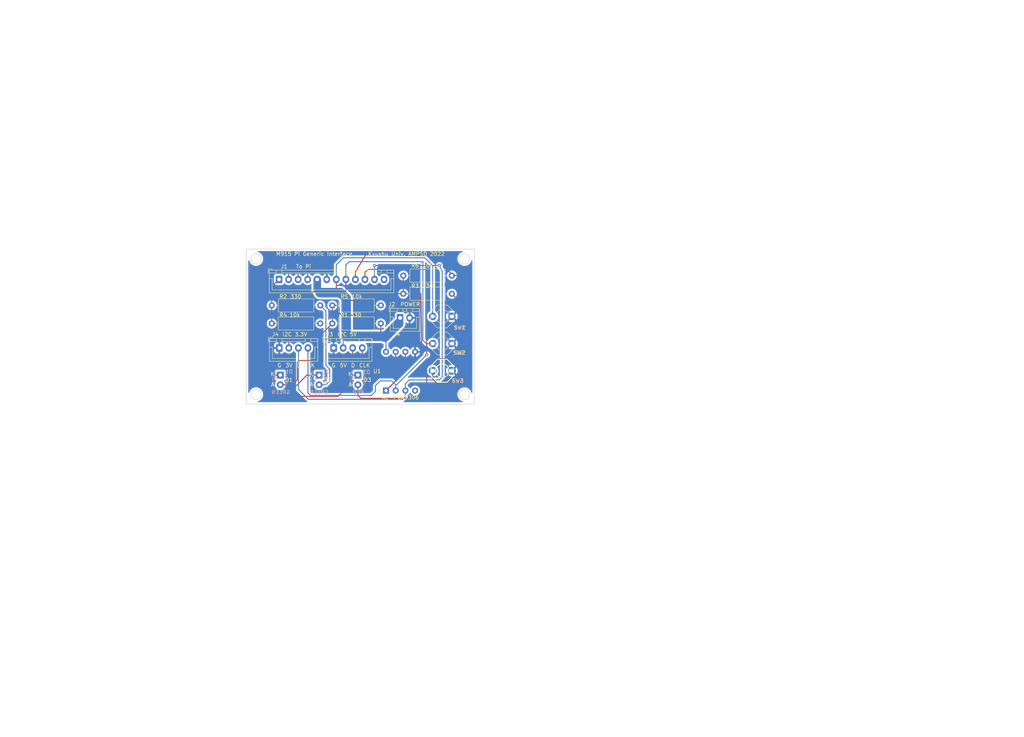
<source format=kicad_pcb>
(kicad_pcb (version 20211014) (generator pcbnew)
  (layers (0 "F.Cu" signal) (31 "B.Cu" signal) (34 "B.Paste" user) (35 "F.Paste" user) (36 "B.SilkS" user "B.Silkscreen") (37 "F.SilkS" user "F.Silkscreen") (38 "B.Mask" user) (39 "F.Mask" user) (44 "Edge.Cuts" user))
  (net 0 "")
  (net 1 "/GPIO04")
  (net 2 "Net-(D1-Pad2)")
  (net 3 "/GPIO05")
  (net 4 "Net-(D2-Pad2)")
  (net 5 "Net-(D3-Pad2)")
  (net 6 "/GPIO06")
  (net 7 "/+3.3V")
  (net 8 "/+5V")
  (net 9 "GND")
  (net 10 "/GPIO23")
  (net 11 "/GPIO24")
  (net 12 "Net-(J1-Pad9)")
  (net 13 "/SCL")
  (net 14 "/SDA")
  (net 15 "Net-(J1-Pad12)")
  (net 16 "/SDA5V")
  (net 17 "/SCL5V")
  (net 18 "Net-(U1-Pad4)")
  (footprint "Connector_JST:JST_XH_B12B-XH-A_1x12_P2.50mm_Vertical" (layer "F.Cu") (at 100.003001 76.535001)
    (fp_text reference "J1" (at 1.342999 -3.383001) (layer "F.SilkS"))
    (fp_text value "To Pi" (at 6.422999 -3.383001) (layer "F.SilkS"))
    (pad "1" thru_hole roundrect locked (at 0 0) (size 1.7 1.95) (drill 0.95) (layers *.Cu *.Mask) (roundrect_rratio 0.147059) (net 7 "/+3.3V"))
    (pad "2" thru_hole oval locked (at 2.5 0) (size 1.7 1.95) (drill 0.95) (layers *.Cu *.Mask) (net 1 "/GPIO04"))
    (pad "3" thru_hole oval locked (at 5 0) (size 1.7 1.95) (drill 0.95) (layers *.Cu *.Mask) (net 3 "/GPIO05"))
    (pad "4" thru_hole oval locked (at 7.5 0) (size 1.7 1.95) (drill 0.95) (layers *.Cu *.Mask) (net 6 "/GPIO06"))
    (pad "5" thru_hole oval locked (at 10 0) (size 1.7 1.95) (drill 0.95) (layers *.Cu *.Mask) (net 8 "/+5V"))
    (pad "6" thru_hole oval locked (at 12.5 0) (size 1.7 1.95) (drill 0.95) (layers *.Cu *.Mask) (net 9 "GND"))
    (pad "7" thru_hole oval locked (at 15 0) (size 1.7 1.95) (drill 0.95) (layers *.Cu *.Mask) (net 10 "/GPIO23"))
    (pad "8" thru_hole oval locked (at 17.5 0) (size 1.7 1.95) (drill 0.95) (layers *.Cu *.Mask) (net 11 "/GPIO24"))
    (pad "9" thru_hole oval locked (at 20 0) (size 1.7 1.95) (drill 0.95) (layers *.Cu *.Mask) (net 12 "Net-(J1-Pad9)"))
    (pad "10" thru_hole oval locked (at 22.5 0) (size 1.7 1.95) (drill 0.95) (layers *.Cu *.Mask) (net 13 "/SCL"))
    (pad "11" thru_hole oval locked (at 25 0) (size 1.7 1.95) (drill 0.95) (layers *.Cu *.Mask) (net 14 "/SDA"))
    (pad "12" thru_hole oval locked (at 27.5 0) (size 1.7 1.95) (drill 0.95) (layers *.Cu *.Mask) (net 15 "Net-(J1-Pad12)"))
  )
  (footprint "Connector_JST:JST_XH_B2B-XH-A_1x02_P2.50mm_Vertical" (layer "F.Cu") (at 131.703001 86.614)
    (fp_text reference "J2" (at -2.163001 -3.556) (layer "F.SilkS"))
    (fp_text value "POWER" (at 2.662999 -3.556) (layer "F.SilkS"))
    (pad "1" thru_hole roundrect locked (at 0 0) (size 1.7 2) (drill 1) (layers *.Cu *.Mask) (roundrect_rratio 0.147059) (net 8 "/+5V"))
    (pad "2" thru_hole oval locked (at 2.5 0) (size 1.7 2) (drill 1) (layers *.Cu *.Mask) (net 9 "GND"))
  )
  (footprint "Connector_JST:JST_XH_B4B-XH-A_1x04_P2.50mm_Vertical" (layer "F.Cu") (at 114.3 94.488)
    (fp_text reference "J3" (at -1.016 -3.55) (layer "F.SilkS"))
    (fp_text value "I2C 5V" (at 3.556 -3.556) (layer "F.SilkS"))
    (pad "1" thru_hole roundrect locked (at 0 0) (size 1.7 1.95) (drill 0.95) (layers *.Cu *.Mask) (roundrect_rratio 0.147059) (net 9 "GND"))
    (pad "2" thru_hole oval locked (at 2.5 0) (size 1.7 1.95) (drill 0.95) (layers *.Cu *.Mask) (net 8 "/+5V"))
    (pad "3" thru_hole oval locked (at 5 0) (size 1.7 1.95) (drill 0.95) (layers *.Cu *.Mask) (net 16 "/SDA5V"))
    (pad "4" thru_hole oval locked (at 7.5 0) (size 1.7 1.95) (drill 0.95) (layers *.Cu *.Mask) (net 17 "/SCL5V"))
  )
  (footprint "Connector_JST:JST_XH_B4B-XH-A_1x04_P2.50mm_Vertical" (layer "F.Cu") (at 100.076 94.488)
    (fp_text reference "J4" (at -1.016 -3.556) (layer "F.SilkS"))
    (fp_text value "I2C 3.3V" (at 4.064 -3.556) (layer "F.SilkS"))
    (pad "1" thru_hole roundrect locked (at 0 0) (size 1.7 1.95) (drill 0.95) (layers *.Cu *.Mask) (roundrect_rratio 0.147059) (net 9 "GND"))
    (pad "2" thru_hole oval locked (at 2.5 0) (size 1.7 1.95) (drill 0.95) (layers *.Cu *.Mask) (net 7 "/+3.3V"))
    (pad "3" thru_hole oval locked (at 5 0) (size 1.7 1.95) (drill 0.95) (layers *.Cu *.Mask) (net 14 "/SDA"))
    (pad "4" thru_hole oval locked (at 7.5 0) (size 1.7 1.95) (drill 0.95) (layers *.Cu *.Mask) (net 13 "/SCL"))
  )
  (footprint "Resistor_THT:R_Axial_DIN0309_L9.0mm_D3.2mm_P12.70mm_Horizontal" (layer "F.Cu") (at 113.953001 88.085001)
    (fp_text reference "R1" (at 3.140999 -2.233001) (layer "F.SilkS"))
    (fp_text value "330" (at 6.188999 -2.233001) (layer "F.SilkS"))
    (pad "1" thru_hole circle locked (at 0 0) (size 1.6 1.6) (drill 0.8) (layers *.Cu *.Mask) (net 7 "/+3.3V"))
    (pad "2" thru_hole oval locked (at 12.7 0) (size 1.6 1.6) (drill 0.8) (layers *.Cu *.Mask) (net 2 "Net-(D1-Pad2)"))
  )
  (footprint "Resistor_THT:R_Axial_DIN0309_L9.0mm_D3.2mm_P12.70mm_Horizontal" (layer "F.Cu") (at 98.103001 83.335001)
    (fp_text reference "R2" (at 2.988999 -2.309001) (layer "F.SilkS"))
    (fp_text value "330" (at 6.290999 -2.309001) (layer "F.SilkS"))
    (pad "1" thru_hole circle locked (at 0 0) (size 1.6 1.6) (drill 0.8) (layers *.Cu *.Mask) (net 7 "/+3.3V"))
    (pad "2" thru_hole oval locked (at 12.7 0) (size 1.6 1.6) (drill 0.8) (layers *.Cu *.Mask) (net 4 "Net-(D2-Pad2)"))
  )
  (footprint "Resistor_THT:R_Axial_DIN0309_L9.0mm_D3.2mm_P12.70mm_Horizontal" (layer "F.Cu") (at 132.553001 80.285001)
    (fp_text reference "R3" (at 3.082999 -2.053001) (layer "F.SilkS"))
    (fp_text value "330" (at 6.35 -2.053001) (layer "F.SilkS"))
    (pad "1" thru_hole circle locked (at 0 0) (size 1.6 1.6) (drill 0.8) (layers *.Cu *.Mask) (net 7 "/+3.3V"))
    (pad "2" thru_hole oval locked (at 12.7 0) (size 1.6 1.6) (drill 0.8) (layers *.Cu *.Mask) (net 5 "Net-(D3-Pad2)"))
  )
  (footprint "Resistor_THT:R_Axial_DIN0309_L9.0mm_D3.2mm_P12.70mm_Horizontal" (layer "F.Cu") (at 98.103001 88.085001)
    (fp_text reference "R4" (at 2.988999 -2.233001) (layer "F.SilkS"))
    (fp_text value "10k" (at 6.036999 -2.233001) (layer "F.SilkS"))
    (pad "1" thru_hole circle locked (at 0 0) (size 1.6 1.6) (drill 0.8) (layers *.Cu *.Mask) (net 7 "/+3.3V"))
    (pad "2" thru_hole oval locked (at 12.7 0) (size 1.6 1.6) (drill 0.8) (layers *.Cu *.Mask) (net 10 "/GPIO23"))
  )
  (footprint "Resistor_THT:R_Axial_DIN0309_L9.0mm_D3.2mm_P12.70mm_Horizontal" (layer "F.Cu") (at 113.953001 83.335001)
    (fp_text reference "R5" (at 3.140999 -2.309001) (layer "F.SilkS"))
    (fp_text value "10k" (at 6.442999 -2.309001) (layer "F.SilkS"))
    (pad "1" thru_hole circle locked (at 0 0) (size 1.6 1.6) (drill 0.8) (layers *.Cu *.Mask) (net 7 "/+3.3V"))
    (pad "2" thru_hole oval locked (at 12.7 0) (size 1.6 1.6) (drill 0.8) (layers *.Cu *.Mask) (net 11 "/GPIO24"))
  )
  (footprint "Resistor_THT:R_Axial_DIN0309_L9.0mm_D3.2mm_P12.70mm_Horizontal" (layer "F.Cu") (at 132.553001 75.535001)
    (fp_text reference "R6" (at 3.082999 -2.637001) (layer "F.SilkS"))
    (fp_text value "10k" (at 6.384999 -2.637001) (layer "F.SilkS"))
    (pad "1" thru_hole circle locked (at 0 0) (size 1.6 1.6) (drill 0.8) (layers *.Cu *.Mask) (net 7 "/+3.3V"))
    (pad "2" thru_hole oval locked (at 12.7 0) (size 1.6 1.6) (drill 0.8) (layers *.Cu *.Mask) (net 12 "Net-(J1-Pad9)"))
  )
  (footprint "HOLLY:TVDT18-050" (layer "F.Cu") (at 142.778 93.340001)
    (fp_text reference "SW2" (at 4.542 2.417999) (layer "F.SilkS"))
    (fp_text value "SW_Push")
    (pad "1" thru_hole circle locked (at -2.5 0) (size 2 2) (drill 1) (layers *.Cu *.Mask) (net 11 "/GPIO24"))
    (pad "2" thru_hole circle locked (at 2.5 0) (size 2 2) (drill 1) (layers *.Cu *.Mask) (net 9 "GND"))
  )
  (footprint "Akizuki:AE-PCA9306" (layer "F.Cu") (at 128.016 105.664 90)
    (fp_text reference "U1" (at 5.08 -2.33 180) (layer "F.SilkS"))
    (fp_text value "AE-PCA9306" (at -1.778 3.81 180) (layer "F.SilkS"))
    (pad "1" thru_hole rect locked (at 0 0 90) (size 1.6 1.6) (drill 0.8) (layers *.Cu *.Mask) (net 7 "/+3.3V"))
    (pad "2" thru_hole oval locked (at 0 2.54 90) (size 1.6 1.6) (drill 0.8) (layers *.Cu *.Mask) (net 13 "/SCL"))
    (pad "3" thru_hole oval locked (at 0 5.08 90) (size 1.6 1.6) (drill 0.8) (layers *.Cu *.Mask) (net 14 "/SDA"))
    (pad "4" thru_hole oval locked (at 0 7.62 90) (size 1.6 1.6) (drill 0.8) (layers *.Cu *.Mask) (net 18 "Net-(U1-Pad4)"))
    (pad "5" thru_hole oval locked (at 10.16 7.62 90) (size 1.6 1.6) (drill 0.8) (layers *.Cu *.Mask) (net 9 "GND"))
    (pad "6" thru_hole oval locked (at 10.16 5.08 90) (size 1.6 1.6) (drill 0.8) (layers *.Cu *.Mask) (net 16 "/SDA5V"))
    (pad "7" thru_hole oval locked (at 10.16 2.54 90) (size 1.6 1.6) (drill 0.8) (layers *.Cu *.Mask) (net 17 "/SCL5V"))
    (pad "8" thru_hole oval locked (at 10.16 0 90) (size 1.6 1.6) (drill 0.8) (layers *.Cu *.Mask) (net 8 "/+5V"))
  )
  (footprint "HOLLY:TVDT18-050" (layer "F.Cu") (at 142.748 86.220001)
    (fp_text reference "SW1" (at 4.572 2.933999) (layer "F.SilkS"))
    (fp_text value "SW_Push")
    (pad "1" thru_hole circle locked (at -2.5 0) (size 2 2) (drill 1) (layers *.Cu *.Mask) (net 10 "/GPIO23"))
    (pad "2" thru_hole circle locked (at 2.5 0) (size 2 2) (drill 1) (layers *.Cu *.Mask) (net 9 "GND"))
  )
  (footprint "HOLLY:TVDT18-050" (layer "F.Cu") (at 142.748 100.460001)
    (fp_text reference "SW3" hide)
    (fp_text value "SW_Push")
    (pad "1" thru_hole circle locked (at -2.5 0) (size 2 2) (drill 1) (layers *.Cu *.Mask) (net 12 "Net-(J1-Pad9)"))
    (pad "2" thru_hole circle locked (at 2.5 0) (size 2 2) (drill 1) (layers *.Cu *.Mask) (net 9 "GND"))
  )
  (footprint "HOLLY:TVDT18-050" (layer "F.Cu") (at 142.748 100.460001)
    (fp_text reference "SW3" hide)
    (fp_text value "SW_Push")
    (pad "1" thru_hole circle locked (at -2.5 0) (size 2 2) (drill 1) (layers *.Cu *.Mask) (net 12 "Net-(J1-Pad9)"))
    (pad "2" thru_hole circle locked (at 2.5 0) (size 2 2) (drill 1) (layers *.Cu *.Mask) (net 9 "GND"))
  )
  (footprint "HOLLY:TVDT18-050" (layer "F.Cu") (at 142.748 100.460001)
    (fp_text reference "SW3" hide)
    (fp_text value "SW_Push")
    (pad "1" thru_hole circle locked (at -2.5 0) (size 2 2) (drill 1) (layers *.Cu *.Mask) (net 12 "Net-(J1-Pad9)"))
    (pad "2" thru_hole circle locked (at 2.5 0) (size 2 2) (drill 1) (layers *.Cu *.Mask) (net 9 "GND"))
  )
  (footprint "HOLLY:TVDT18-050" (layer "F.Cu") (at 142.748 100.460001)
    (fp_text reference "SW3" hide)
    (fp_text value "SW_Push")
    (pad "1" thru_hole circle locked (at -2.5 0) (size 2 2) (drill 1) (layers *.Cu *.Mask) (net 12 "Net-(J1-Pad9)"))
    (pad "2" thru_hole circle locked (at 2.5 0) (size 2 2) (drill 1) (layers *.Cu *.Mask) (net 9 "GND"))
  )
  (footprint "HOLLY:TVDT18-050" (layer "F.Cu") (at 142.748 100.460001)
    (fp_text reference "SW3" hide)
    (fp_text value "SW_Push")
    (pad "1" thru_hole circle locked (at -2.5 0) (size 2 2) (drill 1) (layers *.Cu *.Mask) (net 12 "Net-(J1-Pad9)"))
    (pad "2" thru_hole circle locked (at 2.5 0) (size 2 2) (drill 1) (layers *.Cu *.Mask) (net 9 "GND"))
  )
  (footprint "HOLLY:TVDT18-050" (layer "F.Cu") (at 142.748 100.460001)
    (fp_text reference "SW3" hide)
    (fp_text value "SW_Push")
    (pad "1" thru_hole circle locked (at -2.5 0) (size 2 2) (drill 1) (layers *.Cu *.Mask) (net 12 "Net-(J1-Pad9)"))
    (pad "2" thru_hole circle locked (at 2.5 0) (size 2 2) (drill 1) (layers *.Cu *.Mask) (net 9 "GND"))
  )
  (footprint "HOLLY:TVDT18-050" (layer "F.Cu") (at 142.748 100.460001)
    (fp_text reference "SW3" hide)
    (fp_text value "SW_Push")
    (pad "1" thru_hole circle locked (at -2.5 0) (size 2 2) (drill 1) (layers *.Cu *.Mask) (net 12 "Net-(J1-Pad9)"))
    (pad "2" thru_hole circle locked (at 2.5 0) (size 2 2) (drill 1) (layers *.Cu *.Mask) (net 9 "GND"))
  )
  (footprint "HOLLY:TVDT18-050" (layer "F.Cu") (at 142.748 100.460001)
    (fp_text reference "SW3" hide)
    (fp_text value "SW_Push")
    (pad "1" thru_hole circle locked (at -2.5 0) (size 2 2) (drill 1) (layers *.Cu *.Mask) (net 12 "Net-(J1-Pad9)"))
    (pad "2" thru_hole circle locked (at 2.5 0) (size 2 2) (drill 1) (layers *.Cu *.Mask) (net 9 "GND"))
  )
  (footprint "HOLLY:TVDT18-050" (layer "F.Cu") (at 142.748 100.460001)
    (fp_text reference "SW3" hide)
    (fp_text value "SW_Push")
    (pad "1" thru_hole circle locked (at -2.5 0) (size 2 2) (drill 1) (layers *.Cu *.Mask) (net 12 "Net-(J1-Pad9)"))
    (pad "2" thru_hole circle locked (at 2.5 0) (size 2 2) (drill 1) (layers *.Cu *.Mask) (net 9 "GND"))
  )
  (footprint "HOLLY:TVDT18-050" (layer "F.Cu") (at 142.748 100.460001)
    (fp_text reference "SW3" (at 4.064 2.663999) (layer "B.SilkS") (effects (justify mirror)))
    (fp_text value "SW_Push")
    (pad "1" thru_hole circle locked (at -2.5 0) (size 2 2) (drill 1) (layers *.Cu *.Mask) (net 12 "Net-(J1-Pad9)"))
    (pad "2" thru_hole circle locked (at 2.5 0) (size 2 2) (drill 1) (layers *.Cu *.Mask) (net 9 "GND"))
  )
  (footprint "HOLLY:TVDT18-050" (layer "F.Cu") (at 142.748 100.460001)
    (fp_text reference "SW3" hide)
    (fp_text value "SW_Push")
    (pad "1" thru_hole circle locked (at -2.5 0) (size 2 2) (drill 1) (layers *.Cu *.Mask) (net 12 "Net-(J1-Pad9)"))
    (pad "2" thru_hole circle locked (at 2.5 0) (size 2 2) (drill 1) (layers *.Cu *.Mask) (net 9 "GND"))
  )
  (footprint "HOLLY:TVDT18-050" (layer "F.Cu") (at 142.778 100.460001)
    (fp_text reference "SW3" (at 4.034 2.663999) (layer "F.SilkS"))
    (fp_text value "SW_Push")
    (pad "1" thru_hole circle locked (at -2.5 0) (size 2 2) (drill 1) (layers *.Cu *.Mask) (net 12 "Net-(J1-Pad9)"))
    (pad "2" thru_hole circle locked (at 2.5 0) (size 2 2) (drill 1) (layers *.Cu *.Mask) (net 9 "GND"))
  )
  (footprint "" (layer "F.Cu") (at 147.574 95.758)
    (fp_text reference "" (at 142.748 100.460001) (layer "F.SilkS") (effects (font (size 1.27 1.27))))
    (fp_text value "" (at 142.748 100.460001) (layer "F.SilkS") (effects (font (size 1.27 1.27))))
    (fp_text user "SW2" (at -0.508 0) (layer "B.SilkS") (effects (justify mirror)))
  )
  (footprint "" (layer "F.Cu") (at 128.524 85.852)
    (fp_text reference "" (at 27.178 3.556) (layer "F.SilkS") (effects (font (size 1.27 1.27))))
    (fp_text value "" (at 27.178 3.556) (layer "F.SilkS") (effects (font (size 1.27 1.27))))
    (fp_text user "SW1" (at 18.796 3.302) (layer "B.SilkS") (effects (justify mirror)))
  )
  (footprint "" (layer "F.Cu") (at 147.32 88.392)
    (fp_text reference "" (at 147.574 95.758) (layer "F.SilkS") (effects (font (size 1.27 1.27))))
    (fp_text value "" (at 147.574 95.758) (layer "F.SilkS") (effects (font (size 1.27 1.27))))
  )
  (footprint "" (layer "F.Cu") (at 103.632 102.108)
    (fp_text reference "" (at 100.003001 76.535001) (layer "F.SilkS") (effects (font (size 1.27 1.27))))
    (fp_text value "" (at 100.003001 76.535001) (layer "F.SilkS") (effects (font (size 1.27 1.27))))
  )
  (footprint "" (layer "F.Cu") (at 27.178 3.556)
    (fp_text reference "" (at 147.574 95.758) (layer "F.SilkS") (effects (font (size 1.27 1.27))))
    (fp_text value "" (at 147.574 95.758) (layer "F.SilkS") (effects (font (size 1.27 1.27))))
  )
  (footprint "LED_THT:LED_D3.0mm" (layer "B.Cu") (at 100.33 101.6 -90)
    (fp_text reference "D1" (at -0.889 -2.286 180) (layer "B.SilkS") (effects (justify mirror)))
    (fp_text value "GREEN" (at 4.445 -0.127 180) (layer "B.SilkS") (effects (justify mirror)))
    (pad "1" thru_hole rect locked (at 0 0 270) (size 1.8 1.8) (drill 0.9) (layers *.Cu *.Mask) (net 1 "/GPIO04"))
    (pad "2" thru_hole circle locked (at 2.54 0 270) (size 1.8 1.8) (drill 0.9) (layers *.Cu *.Mask) (net 2 "Net-(D1-Pad2)"))
  )
  (footprint "LED_THT:LED_D3.0mm" (layer "B.Cu") (at 110.49 101.6 -90)
    (fp_text reference "D2" (at -0.889 -1.778 180) (layer "B.SilkS") (effects (justify mirror)))
    (fp_text value "GREEN" (at 4.445 0 180) (layer "B.SilkS") (effects (justify mirror)))
    (pad "1" thru_hole rect locked (at 0 0 270) (size 1.8 1.8) (drill 0.9) (layers *.Cu *.Mask) (net 3 "/GPIO05"))
    (pad "2" thru_hole circle locked (at 2.54 0 270) (size 1.8 1.8) (drill 0.9) (layers *.Cu *.Mask) (net 4 "Net-(D2-Pad2)"))
  )
  (footprint "LED_THT:LED_D3.0mm" (layer "B.Cu") (at 120.65 101.6 -90)
    (fp_text reference "D3" (at -0.762 -2.286 180) (layer "B.SilkS") (effects (justify mirror)))
    (fp_text value "RED" (at 4.445 -0.127 180) (layer "B.SilkS") (effects (justify mirror)))
    (pad "1" thru_hole rect locked (at 0 0 270) (size 1.8 1.8) (drill 0.9) (layers *.Cu *.Mask) (net 6 "/GPIO06"))
    (pad "2" thru_hole circle locked (at 2.54 0 270) (size 1.8 1.8) (drill 0.9) (layers *.Cu *.Mask) (net 5 "Net-(D3-Pad2)"))
  )
  (gr_circle (center 148.59 106.68) (end 149.94 106.68) (layer "Edge.Cuts") (width 0.15) (fill none))
  (gr_circle (center 93.98 106.68) (end 95.33 106.68) (layer "Edge.Cuts") (width 0.15) (fill none))
  (gr_circle (center 93.98 71.12) (end 95.33 71.12) (layer "Edge.Cuts") (width 0.15) (fill none))
  (gr_line (start 91.44 109.22) (end 91.44 68.58) (layer "Edge.Cuts") (width 0.15))
  (gr_line (start 91.44 68.58) (end 151.13 68.58) (layer "Edge.Cuts") (width 0.15))
  (gr_line (start 151.13 109.22) (end 91.44 109.22) (layer "Edge.Cuts") (width 0.15))
  (gr_circle (center 148.59 71.12) (end 149.94 71.12) (layer "Edge.Cuts") (width 0.15) (fill none))
  (gr_line (start 151.13 68.58) (end 151.13 109.22) (layer "Edge.Cuts") (width 0.15))
  (gr_text "K" (at 108.458 101.346) (layer "F.SilkS") (effects (font (size 1 1))))
  (gr_text "K" (at 98.298 101.346) (layer "F.SilkS") (effects (font (size 1 1))))
  (gr_text "A" (at 108.458 104.14) (layer "F.SilkS") (effects (font (size 1 1))))
  (gr_text "A" (at 98.298 104.14) (layer "F.SilkS") (effects (font (size 1 1))))
  (gr_text "1" (at 126.238 105.664) (layer "F.SilkS") (effects (font (size 1 1))))
  (gr_text "D2" (at 112.776 102.87) (layer "F.SilkS") (effects (font (size 1 1))))
  (gr_text "D3" (at 123.19 102.87) (layer "F.SilkS") (effects (font (size 1 1))))
  (gr_text "G" (at 114.3 99.06) (layer "F.SilkS") (effects (font (size 1 1))))
  (gr_text "5V" (at 116.84 99.06) (layer "F.SilkS") (effects (font (size 1 1))))
  (gr_text "D" (at 119.38 99.06) (layer "F.SilkS") (effects (font (size 1 1))))
  (gr_text "CLK" (at 107.95 99.06) (layer "F.SilkS") (effects (font (size 1 1))))
  (gr_text "G" (at 100.076 99.06) (layer "F.SilkS") (effects (font (size 1 1))))
  (gr_text "CLK" (at 122.428 99.06) (layer "F.SilkS") (effects (font (size 1 1))))
  (gr_text "D1" (at 102.616 102.87) (layer "F.SilkS") (effects (font (size 1 1))))
  (gr_text "A" (at 118.618 104.14) (layer "F.SilkS") (effects (font (size 1 1))))
  (gr_text "+" (at 131.318 90.932) (layer "F.SilkS") (effects (font (size 1 1))))
  (gr_text "M915 Pi Generic Interface" (at 109.22 69.85) (layer "F.SilkS") (effects (font (size 1 1))))
  (gr_text "K" (at 118.618 101.346) (layer "F.SilkS") (effects (font (size 1 1))))
  (gr_text "Kyushu Univ. AMPSD 2022" (at 133.35 69.85) (layer "F.SilkS") (effects (font (size 1 1))))
  (gr_text "3V" (at 102.616 99.06) (layer "F.SilkS") (effects (font (size 1 1))))
  (gr_text "D" (at 105.156 99.06) (layer "F.SilkS") (effects (font (size 1 1))))
  (via (at 138.684 96.266) (size 0.8) (drill 0.4) (layers "F.Cu" "B.Cu") (net 0))
  (segment (start 95.885 100.33) (end 97.155 101.6) (width 0.25) (layer "F.Cu") (net 1))
  (segment (start 102.503001 76.535001) (end 102.503001 74.661999) (width 0.25) (layer "F.Cu") (net 1))
  (segment (start 102.136002 74.295) (end 95.885 74.295) (width 0.25) (layer "F.Cu") (net 1))
  (segment (start 102.503001 74.661999) (end 102.136002 74.295) (width 0.25) (layer "F.Cu") (net 1))
  (segment (start 95.885 74.295) (end 95.885 100.33) (width 0.25) (layer "F.Cu") (net 1))
  (segment (start 97.155 101.6) (end 100.33 101.6) (width 0.25) (layer "F.Cu") (net 1))
  (segment (start 100.33 104.14) (end 103.505 104.14) (width 0.25) (layer "F.Cu") (net 2))
  (segment (start 104.775 102.87) (end 104.775 98.425) (width 0.25) (layer "F.Cu") (net 2))
  (segment (start 105.41 97.79) (end 111.125 97.79) (width 0.25) (layer "F.Cu") (net 2))
  (segment (start 111.125 97.79) (end 111.125 92.075) (width 0.25) (layer "F.Cu") (net 2))
  (segment (start 103.505 104.14) (end 104.775 102.87) (width 0.25) (layer "F.Cu") (net 2))
  (segment (start 104.775 98.425) (end 105.41 97.79) (width 0.25) (layer "F.Cu") (net 2))
  (segment (start 111.125 92.075) (end 125.73 92.075) (width 0.25) (layer "F.Cu") (net 2))
  (segment (start 125.73 92.075) (end 126.653001 91.151999) (width 0.25) (layer "F.Cu") (net 2))
  (segment (start 126.653001 91.151999) (end 126.653001 88.085001) (width 0.25) (layer "F.Cu") (net 2))
  (segment (start 110.49 101.6) (end 107.315 101.6) (width 0.25) (layer "F.Cu") (net 3))
  (segment (start 107.315 101.6) (end 102.87 106.045) (width 0.25) (layer "F.Cu") (net 3))
  (segment (start 95.884283 73.66) (end 104.14 73.66) (width 0.25) (layer "F.Cu") (net 3))
  (segment (start 105.003001 74.523001) (end 105.003001 76.535001) (width 0.25) (layer "F.Cu") (net 3))
  (segment (start 104.14 73.66) (end 105.003001 74.523001) (width 0.25) (layer "F.Cu") (net 3))
  (segment (start 99.06 106.045) (end 95.25 101.6) (width 0.25) (layer "F.Cu") (net 3))
  (segment (start 95.25 101.6) (end 95.25 74.294283) (width 0.25) (layer "F.Cu") (net 3))
  (segment (start 102.87 106.045) (end 99.06 106.045) (width 0.25) (layer "F.Cu") (net 3))
  (segment (start 95.25 74.294283) (end 95.884283 73.66) (width 0.25) (layer "F.Cu") (net 3))
  (segment (start 112.268 99.06) (end 112.268 84.8) (width 0.25) (layer "B.Cu") (net 4))
  (segment (start 112.268 104.14) (end 113.284 103.124) (width 0.25) (layer "B.Cu") (net 4))
  (segment (start 110.49 104.14) (end 112.268 104.14) (width 0.25) (layer "B.Cu") (net 4))
  (segment (start 112.268 84.8) (end 110.803001 83.335001) (width 0.25) (layer "B.Cu") (net 4))
  (segment (start 113.284 100.076) (end 112.268 99.06) (width 0.25) (layer "B.Cu") (net 4))
  (segment (start 113.284 103.124) (end 113.284 100.076) (width 0.25) (layer "B.Cu") (net 4))
  (segment (start 121.412 107.696) (end 120.65 106.934) (width 0.25) (layer "F.Cu") (net 5))
  (segment (start 147.066 96.266) (end 146.05 97.282) (width 0.25) (layer "F.Cu") (net 5))
  (segment (start 137.668 107.696) (end 121.412 107.696) (width 0.25) (layer "F.Cu") (net 5))
  (segment (start 147.066 82.098) (end 147.066 96.266) (width 0.25) (layer "F.Cu") (net 5))
  (segment (start 120.65 106.934) (end 120.65 104.14) (width 0.25) (layer "F.Cu") (net 5))
  (segment (start 138.684 105.918) (end 137.668 107.696) (width 0.25) (layer "F.Cu") (net 5))
  (segment (start 146.05 97.282) (end 139.7 97.282) (width 0.25) (layer "F.Cu") (net 5))
  (segment (start 138.684 98.298) (end 138.684 105.918) (width 0.25) (layer "F.Cu") (net 5))
  (segment (start 139.7 97.282) (end 138.684 98.298) (width 0.25) (layer "F.Cu") (net 5))
  (segment (start 145.253001 80.285001) (end 147.066 82.098) (width 0.25) (layer "F.Cu") (net 5))
  (segment (start 95.504 73.152) (end 106.68 73.152) (width 0.25) (layer "F.Cu") (net 6))
  (segment (start 117.856 104.775718) (end 115.443718 107.188) (width 0.25) (layer "F.Cu") (net 6))
  (segment (start 118.872 101.6) (end 117.856 102.616) (width 0.25) (layer "F.Cu") (net 6))
  (segment (start 120.65 101.6) (end 118.872 101.6) (width 0.25) (layer "F.Cu") (net 6))
  (segment (start 98.552 107.188) (end 94.488 103.124) (width 0.25) (layer "F.Cu") (net 6))
  (segment (start 94.488 74.168) (end 95.504 73.152) (width 0.25) (layer "F.Cu") (net 6))
  (segment (start 94.488 103.124) (end 94.488 74.168) (width 0.25) (layer "F.Cu") (net 6))
  (segment (start 106.68 73.152) (end 107.503001 73.975001) (width 0.25) (layer "F.Cu") (net 6))
  (segment (start 117.856 102.616) (end 117.856 104.775718) (width 0.25) (layer "F.Cu") (net 6))
  (segment (start 115.443718 107.188) (end 98.552 107.188) (width 0.25) (layer "F.Cu") (net 6))
  (segment (start 107.503001 73.975001) (end 107.503001 76.535001) (width 0.25) (layer "F.Cu") (net 6))
  (segment (start 137.414 96.266) (end 128.016 105.664) (width 0.25) (layer "F.Cu") (net 7))
  (segment (start 100.003001 76.535001) (end 98.103001 78.435001) (width 0.25) (layer "F.Cu") (net 7))
  (segment (start 128.016 85.852) (end 129.032 84.836) (width 0.25) (layer "F.Cu") (net 7))
  (segment (start 129.032 81.788) (end 130.534999 80.285001) (width 0.25) (layer "F.Cu") (net 7))
  (segment (start 115.824 85.344) (end 116.332 85.852) (width 0.25) (layer "F.Cu") (net 7))
  (segment (start 137.16 80.264) (end 137.414 96.012) (width 0.25) (layer "F.Cu") (net 7))
  (segment (start 137.414 96.012) (end 137.414 96.266) (width 0.25) (layer "F.Cu") (net 7))
  (segment (start 115.085001 83.335001) (end 115.824 84.074) (width 0.25) (layer "F.Cu") (net 7))
  (segment (start 102.576 90.511) (end 111.527002 90.511) (width 0.25) (layer "F.Cu") (net 7))
  (segment (start 116.332 85.852) (end 128.016 85.852) (width 0.25) (layer "F.Cu") (net 7))
  (segment (start 111.527002 90.511) (end 113.953001 88.085001) (width 0.25) (layer "F.Cu") (net 7))
  (segment (start 102.576 90.511) (end 102.576 94.488) (width 0.25) (layer "F.Cu") (net 7))
  (segment (start 98.103001 88.085001) (end 100.150001 88.085001) (width 0.25) (layer "F.Cu") (net 7))
  (segment (start 132.553001 80.285001) (end 137.16 80.264) (width 0.25) (layer "F.Cu") (net 7))
  (segment (start 113.953001 83.335001) (end 115.085001 83.335001) (width 0.25) (layer "F.Cu") (net 7))
  (segment (start 129.032 84.836) (end 129.032 81.788) (width 0.25) (layer "F.Cu") (net 7))
  (segment (start 98.103001 78.435001) (end 98.103001 88.085001) (width 0.25) (layer "F.Cu") (net 7))
  (segment (start 133.604 100.076) (end 128.016 105.664) (width 0.25) (layer "F.Cu") (net 7))
  (segment (start 100.150001 88.085001) (end 102.576 90.511) (width 0.25) (layer "F.Cu") (net 7))
  (segment (start 113.953001 88.085001) (end 113.953001 83.335001) (width 0.25) (layer "F.Cu") (net 7))
  (segment (start 115.824 84.074) (end 115.824 85.344) (width 0.25) (layer "F.Cu") (net 7))
  (segment (start 132.553001 75.535001) (end 132.553001 80.285001) (width 0.25) (layer "F.Cu") (net 7))
  (segment (start 130.534999 80.285001) (end 132.553001 80.285001) (width 0.25) (layer "F.Cu") (net 7))
  (segment (start 128.016 91.694) (end 128.016 95.504) (width 0.25) (layer "B.Cu") (net 8))
  (segment (start 117.602 81.534) (end 116.078 80.01) (width 2.5) (layer "B.Cu") (net 8))
  (segment (start 116.078 80.01) (end 110.744 80.01) (width 2.5) (layer "B.Cu") (net 8))
  (segment (start 131.3835 88.006999) (end 127.696499 91.694) (width 2.5) (layer "B.Cu") (net 8))
  (segment (start 116.8 92.242) (end 116.8 94.488) (width 0.25) (layer "B.Cu") (net 8))
  (segment (start 131.703001 86.614) (end 131.703001 88.006999) (width 0.25) (layer "B.Cu") (net 8))
  (segment (start 117.602 91.44) (end 116.8 92.242) (width 0.25) (layer "B.Cu") (net 8))
  (segment (start 110.003001 79.269001) (end 110.003001 76.535001) (width 2) (layer "B.Cu") (net 8))
  (segment (start 117.602 91.44) (end 117.602 81.534) (width 2.5) (layer "B.Cu") (net 8))
  (segment (start 110.744 80.01) (end 110.003001 79.269001) (width 0.25) (layer "B.Cu") (net 8))
  (segment (start 128.016 91.44) (end 117.602 91.44) (width 2.5) (layer "B.Cu") (net 8))
  (segment (start 110.803001 88.085001) (end 108.659001 88.085001) (width 0.25) (layer "F.Cu") (net 10))
  (segment (start 106.68 86.106) (end 106.68 82.042) (width 0.25) (layer "F.Cu") (net 10))
  (segment (start 108.659001 88.085001) (end 106.68 86.106) (width 0.25) (layer "F.Cu") (net 10))
  (segment (start 106.68 82.042) (end 109.22 79.502) (width 0.25) (layer "F.Cu") (net 10))
  (segment (start 115.003001 78.798999) (end 115.003001 76.535001) (width 0.25) (layer "F.Cu") (net 10))
  (segment (start 109.22 79.502) (end 114.3 79.502) (width 0.25) (layer "F.Cu") (net 10))
  (segment (start 114.3 79.502) (end 115.003001 78.798999) (width 0.25) (layer "F.Cu") (net 10))
  (segment (start 115.003001 72.702999) (end 115.003001 76.535001) (width 0.25) (layer "B.Cu") (net 10))
  (segment (start 116.84 70.866) (end 115.003001 72.702999) (width 0.25) (layer "B.Cu") (net 10))
  (segment (start 140.248 86.220001) (end 140.248 72.938) (width 0.25) (layer "B.Cu") (net 10))
  (segment (start 138.176 70.866) (end 116.84 70.866) (width 0.25) (layer "B.Cu") (net 10))
  (segment (start 140.248 72.938) (end 138.176 70.866) (width 0.25) (layer "B.Cu") (net 10))
  (segment (start 126.653001 83.335001) (end 124.737001 83.335001) (width 0.25) (layer "F.Cu") (net 11))
  (segment (start 123.444 82.042) (end 118.11 82.042) (width 0.25) (layer "F.Cu") (net 11))
  (segment (start 118.11 82.042) (end 117.503001 81.435001) (width 0.25) (layer "F.Cu") (net 11))
  (segment (start 117.503001 81.435001) (end 117.503001 76.535001) (width 0.25) (layer "F.Cu") (net 11))
  (segment (start 124.737001 83.335001) (end 123.444 82.042) (width 0.25) (layer "F.Cu") (net 11))
  (segment (start 138.552001 93.340001) (end 140.278 93.340001) (width 0.25) (layer "B.Cu") (net 11))
  (segment (start 118.364 71.882) (end 137.668 71.882) (width 0.25) (layer "B.Cu") (net 11))
  (segment (start 117.503001 76.535001) (end 117.503001 72.742999) (width 0.25) (layer "B.Cu") (net 11))
  (segment (start 137.668 71.882) (end 137.668 92.456) (width 0.25) (layer "B.Cu") (net 11))
  (segment (start 117.503001 72.742999) (end 118.364 71.882) (width 0.25) (layer "B.Cu") (net 11))
  (segment (start 137.668 92.456) (end 138.552001 93.340001) (width 0.25) (layer "B.Cu") (net 11))
  (segment (start 140.278 102.686) (end 140.278 100.460001) (width 0.25) (layer "F.Cu") (net 12))
  (segment (start 145.253001 75.535001) (end 141.986 70.358) (width 0.25) (layer "F.Cu") (net 12))
  (segment (start 147.163001 75.535001) (end 148.082 76.454) (width 0.25) (layer "F.Cu") (net 12))
  (segment (start 141.986 70.358) (end 122.682 70.104) (width 0.25) (layer "F.Cu") (net 12))
  (segment (start 120.003001 74.560999) (end 120.003001 76.535001) (width 0.25) (layer "F.Cu") (net 12))
  (segment (start 148.082 76.454) (end 148.082 102.108) (width 0.25) (layer "F.Cu") (net 12))
  (segment (start 148.082 102.108) (end 146.304 103.886) (width 0.25) (layer "F.Cu") (net 12))
  (segment (start 122.682 70.104) (end 120.003001 74.560999) (width 0.25) (layer "F.Cu") (net 12))
  (segment (start 145.253001 75.535001) (end 147.163001 75.535001) (width 0.25) (layer "F.Cu") (net 12))
  (segment (start 146.304 103.886) (end 141.478 103.886) (width 0.25) (layer "F.Cu") (net 12))
  (segment (start 141.478 103.886) (end 140.278 102.686) (width 0.25) (layer "F.Cu") (net 12))
  (segment (start 123.444 73.914) (end 122.503001 74.600999) (width 0.25) (layer "F.Cu") (net 13))
  (segment (start 138.684 96.266) (end 138.62552 73.85552) (width 0.25) (layer "F.Cu") (net 13))
  (segment (start 122.503001 74.600999) (end 122.503001 76.535001) (width 0.25) (layer "F.Cu") (net 13))
  (segment (start 138.684 73.914) (end 123.444 73.914) (width 0.25) (layer "F.Cu") (net 13))
  (segment (start 130.81 104.14) (end 130.556 104.14) (width 0.25) (layer "B.Cu") (net 13))
  (segment (start 107.576 106.306) (end 107.576 94.488) (width 0.25) (layer "B.Cu") (net 13))
  (segment (start 129.54 103.124) (end 126.492 103.124) (width 0.25) (layer "B.Cu") (net 13))
  (segment (start 130.556 105.664) (end 130.556 104.14) (width 0.25) (layer "B.Cu") (net 13))
  (segment (start 138.684 96.266) (end 130.81 104.14) (width 0.25) (layer "B.Cu") (net 13))
  (segment (start 125.222 104.394) (end 125.222 105.918) (width 0.25) (layer "B.Cu") (net 13))
  (segment (start 124.206 106.934) (end 108.204 106.934) (width 0.25) (layer "B.Cu") (net 13))
  (segment (start 130.556 104.14) (end 129.54 103.124) (width 0.25) (layer "B.Cu") (net 13))
  (segment (start 108.204 106.934) (end 107.576 106.306) (width 0.25) (layer "B.Cu") (net 13))
  (segment (start 126.492 103.124) (end 125.222 104.394) (width 0.25) (layer "B.Cu") (net 13))
  (segment (start 125.222 105.918) (end 124.206 106.934) (width 0.25) (layer "B.Cu") (net 13))
  (segment (start 124.968 72.898) (end 141.986 72.898) (width 0.25) (layer "F.Cu") (net 14))
  (via (at 141.986 72.898) (size 0.8) (drill 0.4) (layers "F.Cu" "B.Cu") (net 14))
  (via (at 124.968 72.898) (size 0.8) (drill 0.4) (layers "F.Cu" "B.Cu") (net 14))
  (segment (start 134.112 102.87) (end 141.986 102.87) (width 0.25) (layer "B.Cu") (net 14))
  (segment (start 132.334 107.95) (end 133.096 107.188) (width 0.25) (layer "B.Cu") (net 14))
  (segment (start 133.096 103.886) (end 134.112 102.87) (width 0.25) (layer "B.Cu") (net 14))
  (segment (start 124.968 72.898) (end 125.003001 72.933001) (width 0.25) (layer "B.Cu") (net 14))
  (segment (start 105.076 105.33) (end 107.696 107.95) (width 0.25) (layer "B.Cu") (net 14))
  (segment (start 133.096 107.188) (end 133.096 105.664) (width 0.25) (layer "B.Cu") (net 14))
  (segment (start 142.748 74.422) (end 141.986 72.898) (width 0.25) (layer "B.Cu") (net 14))
  (segment (start 105.076 94.488) (end 105.076 105.33) (width 0.25) (layer "B.Cu") (net 14))
  (segment (start 141.986 102.87) (end 142.748 102.108) (width 0.25) (layer "B.Cu") (net 14))
  (segment (start 133.096 105.664) (end 133.096 103.886) (width 0.25) (layer "B.Cu") (net 14))
  (segment (start 125.003001 72.933001) (end 125.003001 76.535001) (width 0.25) (layer "B.Cu") (net 14))
  (segment (start 142.748 102.108) (end 142.748 74.422) (width 0.25) (layer "B.Cu") (net 14))
  (segment (start 107.696 107.95) (end 132.334 107.95) (width 0.25) (layer "B.Cu") (net 14))
  (segment (start 119.3 97.71) (end 119.3 94.488) (width 0.25) (layer "F.Cu") (net 16))
  (segment (start 120.396 98.806) (end 119.3 97.71) (width 0.25) (layer "F.Cu") (net 16))
  (segment (start 133.096 98.806) (end 120.396 98.806) (width 0.25) (layer "F.Cu") (net 16))
  (segment (start 133.096 95.504) (end 133.096 98.806) (width 0.25) (layer "F.Cu") (net 16))
  (segment (start 130.556 97.79) (end 121.92 97.79) (width 0.25) (layer "F.Cu") (net 17))
  (segment (start 130.556 95.504) (end 130.556 97.79) (width 0.25) (layer "F.Cu") (net 17))
  (segment (start 121.92 97.79) (end 121.8 97.67) (width 0.25) (layer "F.Cu") (net 17))
  (segment (start 121.8 97.67) (end 121.8 94.488) (width 0.25) (layer "F.Cu") (net 17))
  (zone (net 9) (net_name "GND") (layer "B.Cu") (connect_pads (clearance 0.508)) (min_thickness 0.254) (fill yes (thermal_gap 0.508) (thermal_bridge_width 0.508))
    (polygon (pts (xy 152.4 109.22) (xy 91.44 109.22) (xy 91.44 68.58) (xy 152.4 68.58)))
  )
)
</source>
